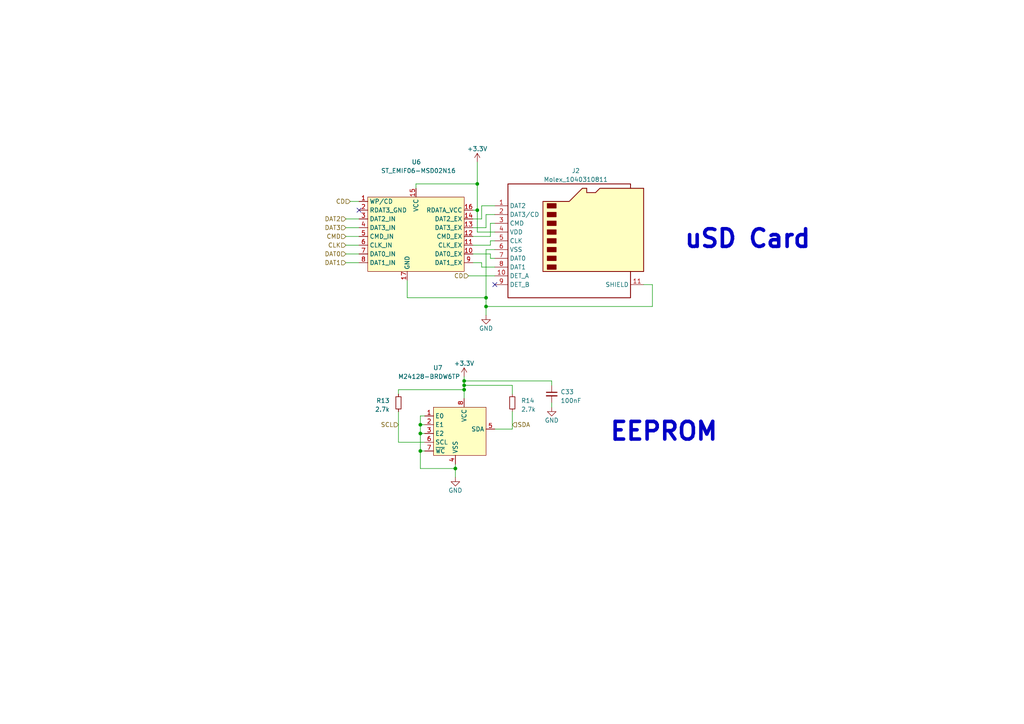
<source format=kicad_sch>
(kicad_sch (version 20230121) (generator eeschema)
  (paper "A4")
  (title_block (title "SDM-24 Data Logger") (date "2023-10-12") (rev "v1") (company "Sun Devil Motorsports") (comment 1 "SD card and EEPROM circuitry"))
  (lib_symbols
    (symbol "Connector:Micro_SD_Card_Det2"
      (property "Reference" "J" (at -16.51 17.78 0))
      (property "Value" "Micro_SD_Card_Det2" (at 16.51 17.78 0))
      (symbol "Micro_SD_Card_Det2_0_1"
        (rectangle (start -7.62 -6.985) (end -5.08 -8.255) (stroke (width 0.254)) (fill (type outline)))
        (rectangle (start -7.62 -4.445) (end -5.08 -5.715) (stroke (width 0.254)) (fill (type outline)))
        (rectangle (start -7.62 -1.905) (end -5.08 -3.175) (stroke (width 0.254)) (fill (type outline)))
        (rectangle (start -7.62 0.635) (end -5.08 -0.635) (stroke (width 0.254)) (fill (type outline)))
        (rectangle (start -7.62 3.175) (end -5.08 1.905) (stroke (width 0.254)) (fill (type outline)))
        (rectangle (start -7.62 5.715) (end -5.08 4.445) (stroke (width 0.254)) (fill (type outline)))
        (rectangle (start -7.62 8.255) (end -5.08 6.985) (stroke (width 0.254)) (fill (type outline)))
        (rectangle (start -7.62 10.795) (end -5.08 9.525) (stroke (width 0.254)) (fill (type outline)))
        (polyline (pts (xy 16.51 15.24) (xy 16.51 16.51) (xy -19.05 16.51) (xy -19.05 -16.51) (xy 16.51 -16.51) (xy 16.51 -8.89)) (stroke (width 0.254)))
        (polyline (pts (xy -8.89 -8.89) (xy -8.89 11.43) (xy -1.27 11.43) (xy 2.54 15.24) (xy 3.81 15.24) (xy 3.81 13.97) (xy 6.35 13.97) (xy 7.62 15.24) (xy 20.32 15.24) (xy 20.32 -8.89) (xy -8.89 -8.89)) (stroke (width 0.254)) (fill (type background)))
      )
      (symbol "Micro_SD_Card_Det2_1_1"
        (pin bidirectional line (at -22.86 10.16 0) (length 3.81) (name "DAT2") (number "1"))
        (pin passive line (at -22.86 -10.16 0) (length 3.81) (name "DET_A") (number "10"))
        (pin passive line (at 20.32 -12.7 180) (length 3.81) (name "SHIELD") (number "11"))
        (pin bidirectional line (at -22.86 7.62 0) (length 3.81) (name "DAT3/CD") (number "2"))
        (pin input line (at -22.86 5.08 0) (length 3.81) (name "CMD") (number "3"))
        (pin power_in line (at -22.86 2.54 0) (length 3.81) (name "VDD") (number "4"))
        (pin input line (at -22.86 0 0) (length 3.81) (name "CLK") (number "5"))
        (pin power_in line (at -22.86 -2.54 0) (length 3.81) (name "VSS") (number "6"))
        (pin bidirectional line (at -22.86 -5.08 0) (length 3.81) (name "DAT0") (number "7"))
        (pin bidirectional line (at -22.86 -7.62 0) (length 3.81) (name "DAT1") (number "8"))
        (pin passive line (at -22.86 -12.7 0) (length 3.81) (name "DET_B") (number "9"))
      )
    )
    (symbol "Device:C_Small" (pin_numbers hide) (pin_names (offset 0.254) hide)
      (property "Reference" "C" (at 0.254 1.778 0))
      (property "Value" "C_Small" (at 0.254 -2.032 0))
      (symbol "C_Small_0_1"
        (polyline (pts (xy -1.524 -0.508) (xy 1.524 -0.508)) (stroke (width 0.3302)))
        (polyline (pts (xy -1.524 0.508) (xy 1.524 0.508)) (stroke (width 0.3048)))
      )
      (symbol "C_Small_1_1"
        (pin passive line (at 0 2.54 270) (length 2.032) (name "~") (number "1"))
        (pin passive line (at 0 -2.54 90) (length 2.032) (name "~") (number "2"))
      )
    )
    (symbol "Device:R_Small" (pin_numbers hide) (pin_names (offset 0.254) hide)
      (property "Reference" "R" (at 0.762 0.508 0))
      (property "Value" "R_Small" (at 0.762 -1.016 0))
      (symbol "R_Small_0_1"
        (rectangle (start -0.762 1.778) (end 0.762 -1.778) (stroke (width 0.2032)))
      )
      (symbol "R_Small_1_1"
        (pin passive line (at 0 2.54 270) (length 0.762) (name "~") (number "1"))
        (pin passive line (at 0 -2.54 90) (length 0.762) (name "~") (number "2"))
      )
    )
    (symbol "lib:ST_EMIF06-MSD02N16"
      (property "Reference" "U" (at -5.08 1.27 0))
      (property "Value" "ST_EMIF06-MSD02N16" (at -5.08 3.81 0))
      (symbol "ST_EMIF06-MSD02N16_1_1"
        (rectangle (start -13.97 -5.08) (end 13.97 -26.67) (fill (type background)))
        (pin input line (at -16.51 -6.35 0) (length 2.54) (name "WP/CD") (number "1"))
        (pin bidirectional line (at 16.51 -21.59 180) (length 2.54) (name "DAT0_EX") (number "10"))
        (pin bidirectional line (at 16.51 -19.05 180) (length 2.54) (name "CLK_EX") (number "11"))
        (pin bidirectional line (at 16.51 -16.51 180) (length 2.54) (name "CMD_EX") (number "12"))
        (pin bidirectional line (at 16.51 -13.97 180) (length 2.54) (name "DAT3_EX") (number "13"))
        (pin bidirectional line (at 16.51 -11.43 180) (length 2.54) (name "DAT2_EX") (number "14"))
        (pin power_in line (at 0 -2.54 270) (length 2.54) (name "VCC") (number "15"))
        (pin input line (at 16.51 -8.89 180) (length 2.54) (name "RDATA_VCC") (number "16"))
        (pin power_in line (at -2.54 -29.21 90) (length 2.54) (name "GND") (number "17"))
        (pin input line (at -16.51 -8.89 0) (length 2.54) (name "RDAT3_GND") (number "2"))
        (pin bidirectional line (at -16.51 -11.43 0) (length 2.54) (name "DAT2_IN") (number "3"))
        (pin bidirectional line (at -16.51 -13.97 0) (length 2.54) (name "DAT3_IN") (number "4"))
        (pin bidirectional line (at -16.51 -16.51 0) (length 2.54) (name "CMD_IN") (number "5"))
        (pin bidirectional line (at -16.51 -19.05 0) (length 2.54) (name "CLK_IN") (number "6"))
        (pin bidirectional line (at -16.51 -21.59 0) (length 2.54) (name "DAT0_IN") (number "7"))
        (pin bidirectional line (at -16.51 -24.13 0) (length 2.54) (name "DAT1_IN") (number "8"))
        (pin bidirectional line (at 16.51 -24.13 180) (length 2.54) (name "DAT1_EX") (number "9"))
      )
    )
    (symbol "lib:ST_M24128-XX"
      (property "Reference" "U" (at 0 0 0))
      (property "Value" "M24128-XX" (at 0 -2.54 0))
      (symbol "ST_M24128-XX_1_1"
        (rectangle (start -7.62 -7.62) (end 7.62 -21.59) (fill (type background)))
        (pin input line (at -10.16 -10.16 0) (length 2.54) (name "E0") (number "1"))
        (pin input line (at -10.16 -12.7 0) (length 2.54) (name "E1") (number "2"))
        (pin input line (at -10.16 -15.24 0) (length 2.54) (name "E2") (number "3"))
        (pin power_in line (at -1.27 -24.13 90) (length 2.54) (name "VSS") (number "4"))
        (pin bidirectional line (at 10.16 -13.97 180) (length 2.54) (name "SDA") (number "5"))
        (pin input line (at -10.16 -17.78 0) (length 2.54) (name "SCL") (number "6"))
        (pin input line (at -10.16 -20.32 0) (length 2.54) (name "~{WC}") (number "7"))
        (pin power_in line (at 1.27 -5.08 270) (length 2.54) (name "VCC") (number "8"))
      )
    )
    (symbol "power:+3.3V" (power) (pin_names (offset 0))
      (property "Value" "+3.3V" (at 0 3.556 0))
      (symbol "+3.3V_0_1"
        (polyline (pts (xy -0.762 1.27) (xy 0 2.54)))
        (polyline (pts (xy 0 0) (xy 0 2.54)))
        (polyline (pts (xy 0 2.54) (xy 0.762 1.27)))
      )
      (symbol "+3.3V_1_1"
        (pin power_in line (at 0 0 90) (length 0) hide (name "+3.3V") (number "1"))
      )
    )
    (symbol "power:GND" (power) (pin_names (offset 0))
      (property "Value" "GND" (at 0 -3.81 0))
      (symbol "GND_0_1"
        (polyline (pts (xy 0 0) (xy 0 -1.27) (xy 1.27 -1.27) (xy 0 -2.54) (xy -1.27 -1.27) (xy 0 -1.27)))
      )
      (symbol "GND_1_1"
        (pin power_in line (at 0 0 270) (length 0) hide (name "GND") (number "1"))
      )
    )
  )
  (junction (at 134.62 113.03))
  (junction (at 140.97 88.9))
  (junction (at 134.62 111.76))
  (junction (at 132.08 135.89))
  (junction (at 121.92 125.73))
  (junction (at 138.43 53.34))
  (junction (at 138.43 60.96))
  (junction (at 140.97 86.36))
  (junction (at 134.62 110.49))
  (junction (at 121.92 130.81))
  (junction (at 121.92 123.19))
  (no_connect (at 143.51 82.55))
  (no_connect (at 104.14 60.96))
  (wire (pts (xy 189.23 82.55) (xy 189.23 88.9)))
  (wire (pts (xy 134.62 111.76) (xy 134.62 113.03)))
  (wire (pts (xy 118.11 81.28) (xy 118.11 86.36)))
  (wire (pts (xy 100.33 76.2) (xy 104.14 76.2)))
  (wire (pts (xy 115.57 119.38) (xy 115.57 128.27)))
  (wire (pts (xy 123.19 120.65) (xy 121.92 120.65)))
  (wire (pts (xy 115.57 114.3) (xy 115.57 113.03)))
  (wire (pts (xy 123.19 125.73) (xy 121.92 125.73)))
  (wire (pts (xy 134.62 110.49) (xy 160.02 110.49)))
  (wire (pts (xy 137.16 66.04) (xy 140.97 66.04)))
  (wire (pts (xy 137.16 71.12) (xy 142.24 71.12)))
  (wire (pts (xy 100.33 73.66) (xy 104.14 73.66)))
  (wire (pts (xy 143.51 62.23) (xy 140.97 62.23)))
  (wire (pts (xy 134.62 113.03) (xy 134.62 115.57)))
  (wire (pts (xy 138.43 60.96) (xy 138.43 53.34)))
  (wire (pts (xy 186.69 82.55) (xy 189.23 82.55)))
  (wire (pts (xy 121.92 120.65) (xy 121.92 123.19)))
  (wire (pts (xy 143.51 67.31) (xy 138.43 67.31)))
  (wire (pts (xy 142.24 69.85) (xy 142.24 71.12)))
  (wire (pts (xy 100.33 63.5) (xy 104.14 63.5)))
  (wire (pts (xy 134.62 110.49) (xy 134.62 111.76)))
  (wire (pts (xy 134.62 109.22) (xy 134.62 110.49)))
  (wire (pts (xy 148.59 124.46) (xy 143.51 124.46)))
  (wire (pts (xy 100.33 68.58) (xy 104.14 68.58)))
  (wire (pts (xy 140.97 62.23) (xy 140.97 66.04)))
  (wire (pts (xy 143.51 69.85) (xy 142.24 69.85)))
  (wire (pts (xy 137.16 76.2) (xy 139.7 76.2)))
  (wire (pts (xy 121.92 123.19) (xy 121.92 125.73)))
  (wire (pts (xy 140.97 88.9) (xy 140.97 91.44)))
  (wire (pts (xy 148.59 114.3) (xy 148.59 111.76)))
  (wire (pts (xy 142.24 73.66) (xy 142.24 74.93)))
  (wire (pts (xy 138.43 67.31) (xy 138.43 60.96)))
  (wire (pts (xy 120.65 53.34) (xy 138.43 53.34)))
  (wire (pts (xy 132.08 135.89) (xy 132.08 138.43)))
  (wire (pts (xy 148.59 119.38) (xy 148.59 124.46)))
  (wire (pts (xy 137.16 60.96) (xy 138.43 60.96)))
  (wire (pts (xy 139.7 59.69) (xy 143.51 59.69)))
  (wire (pts (xy 142.24 64.77) (xy 142.24 68.58)))
  (wire (pts (xy 137.16 63.5) (xy 139.7 63.5)))
  (wire (pts (xy 115.57 128.27) (xy 123.19 128.27)))
  (wire (pts (xy 137.16 68.58) (xy 142.24 68.58)))
  (wire (pts (xy 140.97 86.36) (xy 140.97 88.9)))
  (wire (pts (xy 135.89 80.01) (xy 143.51 80.01)))
  (wire (pts (xy 120.65 54.61) (xy 120.65 53.34)))
  (wire (pts (xy 115.57 113.03) (xy 134.62 113.03)))
  (wire (pts (xy 139.7 59.69) (xy 139.7 63.5)))
  (wire (pts (xy 123.19 123.19) (xy 121.92 123.19)))
  (wire (pts (xy 137.16 73.66) (xy 142.24 73.66)))
  (wire (pts (xy 160.02 116.84) (xy 160.02 118.11)))
  (wire (pts (xy 142.24 74.93) (xy 143.51 74.93)))
  (wire (pts (xy 160.02 110.49) (xy 160.02 111.76)))
  (wire (pts (xy 121.92 130.81) (xy 121.92 135.89)))
  (wire (pts (xy 100.33 71.12) (xy 104.14 71.12)))
  (wire (pts (xy 143.51 64.77) (xy 142.24 64.77)))
  (wire (pts (xy 100.33 66.04) (xy 104.14 66.04)))
  (wire (pts (xy 118.11 86.36) (xy 140.97 86.36)))
  (wire (pts (xy 101.6 58.42) (xy 104.14 58.42)))
  (wire (pts (xy 140.97 72.39) (xy 140.97 86.36)))
  (wire (pts (xy 121.92 125.73) (xy 121.92 130.81)))
  (wire (pts (xy 132.08 134.62) (xy 132.08 135.89)))
  (wire (pts (xy 139.7 77.47) (xy 139.7 76.2)))
  (wire (pts (xy 143.51 72.39) (xy 140.97 72.39)))
  (wire (pts (xy 143.51 77.47) (xy 139.7 77.47)))
  (wire (pts (xy 189.23 88.9) (xy 140.97 88.9)))
  (wire (pts (xy 121.92 130.81) (xy 123.19 130.81)))
  (wire (pts (xy 138.43 53.34) (xy 138.43 46.99)))
  (wire (pts (xy 121.92 135.89) (xy 132.08 135.89)))
  (wire (pts (xy 148.59 111.76) (xy 134.62 111.76)))
  (text "uSD Card" (at 198.12 72.39 0) (effects (font (size 5.12 5.12) (thickness 1.024) bold) (justify left bottom)))
  (text "EEPROM" (at 176.53 128.27 0) (effects (font (size 5.12 5.12) (thickness 1.024) bold) (justify left bottom)))
  (hierarchical_label "CD" (shape input) (at 101.6 58.42 180))
  (hierarchical_label "DAT1" (shape input) (at 100.33 76.2 180))
  (hierarchical_label "SDA" (shape input) (at 148.59 123.19 0))
  (hierarchical_label "DAT0" (shape input) (at 100.33 73.66 180))
  (hierarchical_label "SCL" (shape input) (at 115.57 123.19 180))
  (hierarchical_label "DAT2" (shape input) (at 100.33 63.5 180))
  (hierarchical_label "CMD" (shape input) (at 100.33 68.58 180))
  (hierarchical_label "DAT3" (shape input) (at 100.33 66.04 180))
  (hierarchical_label "CLK" (shape input) (at 100.33 71.12 180))
  (hierarchical_label "CD" (shape input) (at 135.89 80.01 180))
  (symbol (lib_id "power:+3.3V") (at 134.62 109.22 0) (unit 1)
    (property "Reference" "#PWR033" (effects hide))
    (property "Value" "+3.3V" (at 134.62 105.41 0))
  )
  (symbol (lib_id "Device:R_Small") (at 115.57 116.84 0) (mirror y) (unit 1)
    (property "Reference" "R13" (at 113.03 116.205 0) (effects (justify left)))
    (property "Value" "2.7k" (at 113.03 118.745 0) (effects (justify left)))
    (property "Footprint" "Resistor_SMD:R_0603_1608Metric" (effects hide))
  )
  (symbol (lib_id "lib:ST_M24128-XX") (at 133.35 110.49 0) (unit 1)
    (property "Reference" "U7" (at 127 106.68 0))
    (property "Value" "M24128-BRDW6TP" (at 124.46 109.22 0))
    (property "Footprint" "Package_SO:TSSOP-8_4.4x3mm_P0.65mm" (effects hide))
  )
  (symbol (lib_id "Device:C_Small") (at 160.02 114.3 0) (unit 1)
    (property "Reference" "C33" (at 162.56 113.6713 0) (effects (justify left)))
    (property "Value" "100nF" (at 162.56 116.2113 0) (effects (justify left)))
    (property "Footprint" "Capacitor_SMD:C_0402_1005Metric" (effects hide))
  )
  (symbol (lib_id "power:GND") (at 140.97 91.44 0) (unit 1)
    (property "Reference" "#PWR035" (effects hide))
    (property "Value" "GND" (at 140.97 95.25 0))
  )
  (symbol (lib_id "power:+3.3V") (at 138.43 46.99 0) (unit 1)
    (property "Reference" "#PWR034" (effects hide))
    (property "Value" "+3.3V" (at 138.43 43.18 0))
  )
  (symbol (lib_id "power:GND") (at 160.02 118.11 0) (unit 1)
    (property "Reference" "#PWR059" (effects hide))
    (property "Value" "GND" (at 160.02 121.92 0))
  )
  (symbol (lib_id "Connector:Micro_SD_Card_Det2") (at 166.37 69.85 0) (unit 1)
    (property "Reference" "J2" (at 167.005 49.53 0))
    (property "Value" "Molex_1040310811" (at 167.005 52.07 0))
    (property "Footprint" "Connector_Card:microSD_HC_Molex_104031-0811" (effects hide))
    (property "Datasheet" "https://www.hirose.com/en/product/document?clcode=&productname=&series=DM3&documenttype=Catalog&lang=en&documentid=D49662_en" (effects hide))
  )
  (symbol (lib_id "lib:ST_EMIF06-MSD02N16") (at 120.65 52.07 0) (unit 1)
    (property "Reference" "U6" (at 119.38 46.99 0) (effects (justify left)))
    (property "Value" "ST_EMIF06-MSD02N16" (at 110.49 49.53 0) (effects (justify left)))
    (property "Footprint" "Library:UQFN-17-3.5x1.2mm" (effects hide))
  )
  (symbol (lib_id "Device:R_Small") (at 148.59 116.84 0) (unit 1)
    (property "Reference" "R14" (at 151.13 116.205 0) (effects (justify left)))
    (property "Value" "2.7k" (at 151.13 118.745 0) (effects (justify left)))
    (property "Footprint" "Resistor_SMD:R_0603_1608Metric" (effects hide))
  )
  (symbol (lib_id "power:GND") (at 132.08 138.43 0) (unit 1)
    (property "Reference" "#PWR032" (effects hide))
    (property "Value" "GND" (at 132.08 142.24 0))
  )
)
</source>
